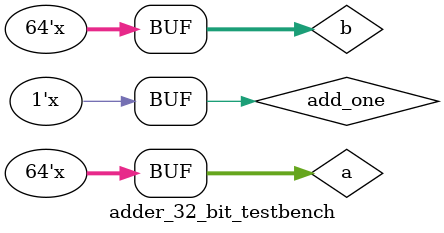
<source format=sv>
`timescale 1ns / 1ps


module adder_32_bit_testbench();

    reg [63:0] a;
    reg [63:0] b;
    reg [63:0] q;
    reg add_one;
    
    adder_n_bit #(64) add_32(
        .a(a),
        .b(b),
        .add_one(add_one),
        .q(q)
    );
    
    initial 
    begin
        a = 64'b0;
        b=64'b0;
        add_one = 1'b0;
    end
    
    always #1 a = a+1;
    always #2 b = b+1;
    always #10 add_one = ~add_one;
    
endmodule

</source>
